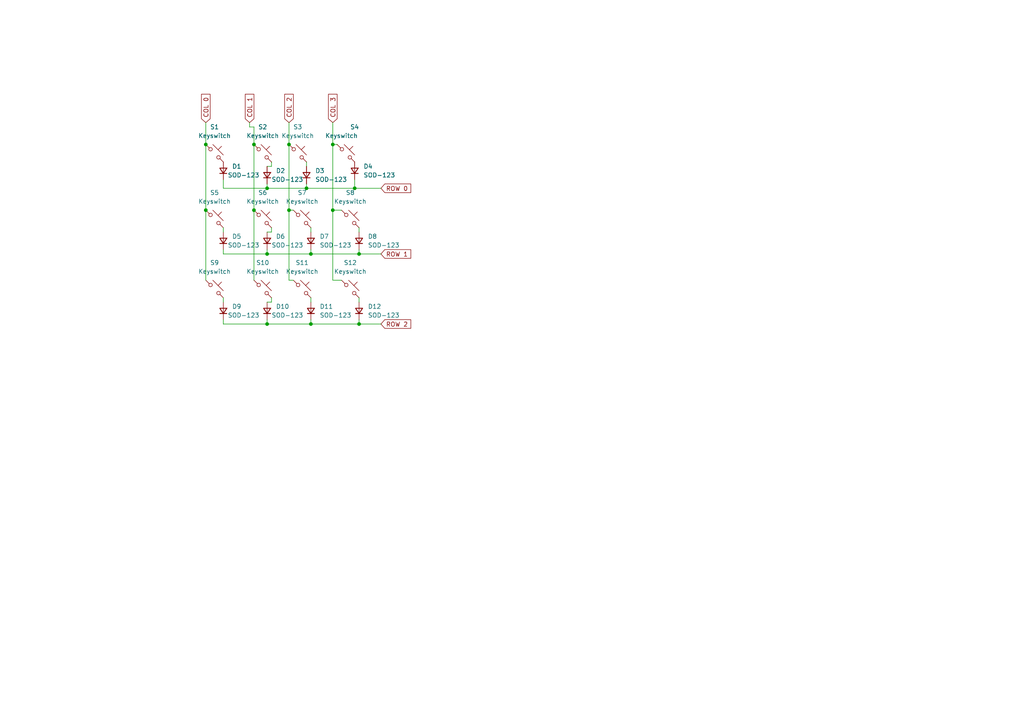
<source format=kicad_sch>
(kicad_sch (version 20250114) (generator "eeschema") (generator_version "9.0")
  (paper "A4")
  (lib_symbols
    (symbol "Device:D_Small" (pin_numbers (hide yes)) (pin_names (offset 0.254) (hide yes))
      (property "Reference" "D" (at -1.27 2.032 0))
      (property "Value" "D_Small" (at -3.81 -2.032 0))
      (symbol "D_Small_0_1"
        (polyline (pts (xy -0.762 0) (xy 0.762 0)))
        (polyline (pts (xy -0.762 -1.016) (xy -0.762 1.016)) (stroke (width 0.254)))
        (polyline (pts (xy 0.762 -1.016) (xy -0.762 0) (xy 0.762 1.016) (xy 0.762 -1.016)) (stroke (width 0.254)))
      )
      (symbol "D_Small_1_1"
        (pin passive line (at -2.54 0 0) (length 1.778) (name "K") (number "1"))
        (pin passive line (at 2.54 0 180) (length 1.778) (name "A") (number "2"))
      )
    )
    (symbol "ScottoKeebs:Placeholder_Keyswitch" (pin_numbers (hide yes)) (pin_names (offset 1.016) (hide yes))
      (property "Reference" "S" (at 3.048 1.016 0))
      (property "Value" "Keyswitch" (at 0 -3.81 0))
      (symbol "Placeholder_Keyswitch_0_1"
        (polyline (pts (xy -2.54 2.54) (xy -1.524 1.524) (xy -1.524 1.524)))
        (circle (center -1.1684 1.1684) (radius 0.508))
        (polyline (pts (xy -0.508 2.54) (xy 2.54 -0.508)))
        (polyline (pts (xy 1.016 1.016) (xy 2.032 2.032)))
        (circle (center 1.143 -1.1938) (radius 0.508))
        (polyline (pts (xy 1.524 -1.524) (xy 2.54 -2.54) (xy 2.54 -2.54) (xy 2.54 -2.54)))
        (pin passive line (at -2.54 2.54 0) (length 0) (name "1") (number "1"))
        (pin passive line (at 2.54 -2.54 180) (length 0) (name "2") (number "2"))
      )
    )
  )
  (junction (at 102.87 54.61))
  (junction (at 59.69 60.96))
  (junction (at 59.69 41.91))
  (junction (at 77.47 73.66))
  (junction (at 77.47 93.98))
  (junction (at 88.9 54.61))
  (junction (at 90.17 93.98))
  (junction (at 104.14 73.66))
  (junction (at 73.66 60.96))
  (junction (at 73.66 41.91))
  (junction (at 96.52 60.96))
  (junction (at 83.82 41.91))
  (junction (at 90.17 73.66))
  (junction (at 83.82 60.96))
  (junction (at 104.14 93.98))
  (junction (at 77.47 54.61))
  (junction (at 96.52 41.91))
  (wire (pts (xy 83.82 35.56) (xy 83.82 41.91)))
  (wire (pts (xy 96.52 81.28) (xy 99.06 81.28)))
  (wire (pts (xy 77.47 92.71) (xy 77.47 93.98)))
  (wire (pts (xy 90.17 72.39) (xy 90.17 73.66)))
  (wire (pts (xy 59.69 41.91) (xy 59.69 60.96)))
  (wire (pts (xy 96.52 41.91) (xy 96.52 60.96)))
  (wire (pts (xy 64.77 73.66) (xy 64.77 72.39)))
  (wire (pts (xy 90.17 93.98) (xy 104.14 93.98)))
  (wire (pts (xy 72.39 35.56) (xy 72.39 36.83)))
  (wire (pts (xy 73.66 60.96) (xy 73.66 81.28)))
  (wire (pts (xy 77.47 54.61) (xy 88.9 54.61)))
  (wire (pts (xy 78.74 87.63) (xy 77.47 87.63)))
  (wire (pts (xy 83.82 60.96) (xy 85.09 60.96)))
  (wire (pts (xy 64.77 54.61) (xy 77.47 54.61)))
  (wire (pts (xy 88.9 54.61) (xy 102.87 54.61)))
  (wire (pts (xy 97.79 41.91) (xy 96.52 41.91)))
  (wire (pts (xy 73.66 41.91) (xy 73.66 60.96)))
  (wire (pts (xy 78.74 87.63) (xy 78.74 86.36)))
  (wire (pts (xy 104.14 72.39) (xy 104.14 73.66)))
  (wire (pts (xy 102.87 52.07) (xy 102.87 54.61)))
  (wire (pts (xy 78.74 67.31) (xy 78.74 66.04)))
  (wire (pts (xy 77.47 73.66) (xy 90.17 73.66)))
  (wire (pts (xy 90.17 87.63) (xy 90.17 86.36)))
  (wire (pts (xy 64.77 67.31) (xy 64.77 66.04)))
  (wire (pts (xy 64.77 93.98) (xy 77.47 93.98)))
  (wire (pts (xy 83.82 81.28) (xy 85.09 81.28)))
  (wire (pts (xy 59.69 35.56) (xy 59.69 41.91)))
  (wire (pts (xy 78.74 48.26) (xy 77.47 48.26)))
  (wire (pts (xy 77.47 73.66) (xy 77.47 72.39)))
  (wire (pts (xy 90.17 73.66) (xy 104.14 73.66)))
  (wire (pts (xy 104.14 87.63) (xy 104.14 86.36)))
  (wire (pts (xy 59.69 60.96) (xy 59.69 81.28)))
  (wire (pts (xy 96.52 35.56) (xy 96.52 41.91)))
  (wire (pts (xy 104.14 93.98) (xy 110.49 93.98)))
  (wire (pts (xy 78.74 67.31) (xy 77.47 67.31)))
  (wire (pts (xy 104.14 73.66) (xy 110.49 73.66)))
  (wire (pts (xy 104.14 92.71) (xy 104.14 93.98)))
  (wire (pts (xy 64.77 87.63) (xy 64.77 86.36)))
  (wire (pts (xy 64.77 73.66) (xy 77.47 73.66)))
  (wire (pts (xy 102.87 54.61) (xy 110.49 54.61)))
  (wire (pts (xy 72.39 36.83) (xy 73.66 36.83)))
  (wire (pts (xy 83.82 41.91) (xy 83.82 60.96)))
  (wire (pts (xy 90.17 67.31) (xy 90.17 66.04)))
  (wire (pts (xy 96.52 60.96) (xy 96.52 81.28)))
  (wire (pts (xy 88.9 53.34) (xy 88.9 54.61)))
  (wire (pts (xy 77.47 93.98) (xy 90.17 93.98)))
  (wire (pts (xy 90.17 92.71) (xy 90.17 93.98)))
  (wire (pts (xy 83.82 60.96) (xy 83.82 81.28)))
  (wire (pts (xy 64.77 92.71) (xy 64.77 93.98)))
  (wire (pts (xy 88.9 48.26) (xy 88.9 46.99)))
  (wire (pts (xy 96.52 60.96) (xy 99.06 60.96)))
  (wire (pts (xy 77.47 53.34) (xy 77.47 54.61)))
  (wire (pts (xy 73.66 36.83) (xy 73.66 41.91)))
  (wire (pts (xy 78.74 46.99) (xy 78.74 48.26)))
  (wire (pts (xy 104.14 67.31) (xy 104.14 66.04)))
  (wire (pts (xy 64.77 52.07) (xy 64.77 54.61)))
  (global_label "COL 1" (shape input) (at 72.39 35.56 90) (property "Intersheetrefs" "${INTERSHEET_REFS}" (effects (hide yes))))
  (global_label "ROW 1" (shape input) (at 110.49 73.66 0) (property "Intersheetrefs" "${INTERSHEET_REFS}" (effects (hide yes))))
  (global_label "COL 2" (shape input) (at 83.82 35.56 90) (property "Intersheetrefs" "${INTERSHEET_REFS}" (effects (hide yes))))
  (global_label "ROW 0" (shape input) (at 110.49 54.61 0) (property "Intersheetrefs" "${INTERSHEET_REFS}" (effects (hide yes))))
  (global_label "ROW 2" (shape input) (at 110.49 93.98 0) (property "Intersheetrefs" "${INTERSHEET_REFS}" (effects (hide yes))))
  (global_label "COL 3" (shape input) (at 96.52 35.56 90) (property "Intersheetrefs" "${INTERSHEET_REFS}" (effects (hide yes))))
  (global_label "COL 0" (shape input) (at 59.69 35.56 90) (property "Intersheetrefs" "${INTERSHEET_REFS}" (effects (hide yes))))
  (symbol (lib_id "ScottoKeebs:Placeholder_Keyswitch") (at 76.2 63.5 0) (unit 1)
    (property "Reference" "S6" (at 76.2 55.88 0))
    (property "Value" "Keyswitch" (at 76.2 58.42 0))
    (property "Footprint" "Button_Switch_Keyboard:SW_Cherry_MX_1.00u_PCB" (effects (hide yes)))
    (property "Description" "Push button switch, normally open, two pins, 45° tilted" (effects (hide yes)))
  )
  (symbol (lib_id "Device:D_Small") (at 64.77 49.53 90) (unit 1)
    (property "Reference" "D1" (at 67.31 48.2599 90) (effects (justify right)))
    (property "Value" "SOD-123" (at 66.04 50.7999 90) (effects (justify right)))
    (property "Footprint" "Diode_SMD:D_SOD-123" (effects (hide yes)))
    (property "Description" "Diode, small symbol" (effects (hide yes)))
    (property "Sim.Device" "D" (effects (hide yes)))
    (property "Sim.Pins" "1=K 2=A" (effects (hide yes)))
  )
  (symbol (lib_id "ScottoKeebs:Placeholder_Keyswitch") (at 62.23 44.45 0) (unit 1)
    (property "Reference" "S1" (at 62.23 36.83 0))
    (property "Value" "Keyswitch" (at 62.23 39.37 0))
    (property "Footprint" "Button_Switch_Keyboard:SW_Cherry_MX_1.00u_PCB" (effects (hide yes)))
    (property "Description" "Push button switch, normally open, two pins, 45° tilted" (effects (hide yes)))
  )
  (symbol (lib_id "Device:D_Small") (at 77.47 50.8 90) (unit 1)
    (property "Reference" "D2" (at 80.01 49.5299 90) (effects (justify right)))
    (property "Value" "SOD-123" (at 78.74 52.0699 90) (effects (justify right)))
    (property "Footprint" "Diode_SMD:D_SOD-123" (effects (hide yes)))
    (property "Description" "Diode, small symbol" (effects (hide yes)))
    (property "Sim.Device" "D" (effects (hide yes)))
    (property "Sim.Pins" "1=K 2=A" (effects (hide yes)))
  )
  (symbol (lib_id "Device:D_Small") (at 90.17 90.17 90) (unit 1)
    (property "Reference" "D11" (at 92.71 88.8999 90) (effects (justify right)))
    (property "Value" "SOD-123" (at 92.71 91.4399 90) (effects (justify right)))
    (property "Footprint" "Diode_SMD:D_SOD-123" (effects (hide yes)))
    (property "Description" "Diode, small symbol" (effects (hide yes)))
    (property "Sim.Device" "D" (effects (hide yes)))
    (property "Sim.Pins" "1=K 2=A" (effects (hide yes)))
  )
  (symbol (lib_id "ScottoKeebs:Placeholder_Keyswitch") (at 86.36 44.45 0) (unit 1)
    (property "Reference" "S3" (at 86.36 36.83 0))
    (property "Value" "Keyswitch" (at 86.36 39.37 0))
    (property "Footprint" "Button_Switch_Keyboard:SW_Cherry_MX_1.00u_PCB" (effects (hide yes)))
    (property "Description" "Push button switch, normally open, two pins, 45° tilted" (effects (hide yes)))
  )
  (symbol (lib_id "Device:D_Small") (at 90.17 69.85 90) (unit 1)
    (property "Reference" "D7" (at 92.71 68.5799 90) (effects (justify right)))
    (property "Value" "SOD-123" (at 92.71 71.1199 90) (effects (justify right)))
    (property "Footprint" "Diode_SMD:D_SOD-123" (effects (hide yes)))
    (property "Description" "Diode, small symbol" (effects (hide yes)))
    (property "Sim.Device" "D" (effects (hide yes)))
    (property "Sim.Pins" "1=K 2=A" (effects (hide yes)))
  )
  (symbol (lib_id "Device:D_Small") (at 77.47 90.17 90) (unit 1)
    (property "Reference" "D10" (at 80.01 88.8999 90) (effects (justify right)))
    (property "Value" "SOD-123" (at 78.74 91.4399 90) (effects (justify right)))
    (property "Footprint" "Diode_SMD:D_SOD-123" (effects (hide yes)))
    (property "Description" "Diode, small symbol" (effects (hide yes)))
    (property "Sim.Device" "D" (effects (hide yes)))
    (property "Sim.Pins" "1=K 2=A" (effects (hide yes)))
  )
  (symbol (lib_id "ScottoKeebs:Placeholder_Keyswitch") (at 62.23 63.5 0) (unit 1)
    (property "Reference" "S5" (at 62.23 55.88 0))
    (property "Value" "Keyswitch" (at 62.23 58.42 0))
    (property "Footprint" "Button_Switch_Keyboard:SW_Cherry_MX_1.00u_PCB" (effects (hide yes)))
    (property "Description" "Push button switch, normally open, two pins, 45° tilted" (effects (hide yes)))
  )
  (symbol (lib_id "Device:D_Small") (at 64.77 90.17 90) (unit 1)
    (property "Reference" "D9" (at 67.31 88.8999 90) (effects (justify right)))
    (property "Value" "SOD-123" (at 66.04 91.4399 90) (effects (justify right)))
    (property "Footprint" "Diode_SMD:D_SOD-123" (effects (hide yes)))
    (property "Description" "Diode, small symbol" (effects (hide yes)))
    (property "Sim.Device" "D" (effects (hide yes)))
    (property "Sim.Pins" "1=K 2=A" (effects (hide yes)))
  )
  (symbol (lib_id "ScottoKeebs:Placeholder_Keyswitch") (at 100.33 44.45 0) (unit 1)
    (property "Reference" "S4" (at 102.87 36.83 0))
    (property "Value" "Keyswitch" (at 99.06 39.37 0))
    (property "Footprint" "Button_Switch_Keyboard:SW_Cherry_MX_1.00u_PCB" (effects (hide yes)))
    (property "Description" "Push button switch, normally open, two pins, 45° tilted" (effects (hide yes)))
  )
  (symbol (lib_id "ScottoKeebs:Placeholder_Keyswitch") (at 87.63 63.5 0) (unit 1)
    (property "Reference" "S7" (at 87.63 55.88 0))
    (property "Value" "Keyswitch" (at 87.63 58.42 0))
    (property "Footprint" "Button_Switch_Keyboard:SW_Cherry_MX_1.00u_PCB" (effects (hide yes)))
    (property "Description" "Push button switch, normally open, two pins, 45° tilted" (effects (hide yes)))
  )
  (symbol (lib_id "ScottoKeebs:Placeholder_Keyswitch") (at 101.6 83.82 0) (unit 1)
    (property "Reference" "S12" (at 101.6 76.2 0))
    (property "Value" "Keyswitch" (at 101.6 78.74 0))
    (property "Footprint" "Button_Switch_Keyboard:SW_Cherry_MX_1.00u_PCB" (effects (hide yes)))
    (property "Description" "Push button switch, normally open, two pins, 45° tilted" (effects (hide yes)))
  )
  (symbol (lib_id "ScottoKeebs:Placeholder_Keyswitch") (at 62.23 83.82 0) (unit 1)
    (property "Reference" "S9" (at 62.23 76.2 0))
    (property "Value" "Keyswitch" (at 62.23 78.74 0))
    (property "Footprint" "Button_Switch_Keyboard:SW_Cherry_MX_1.00u_PCB" (effects (hide yes)))
    (property "Description" "Push button switch, normally open, two pins, 45° tilted" (effects (hide yes)))
  )
  (symbol (lib_id "Device:D_Small") (at 64.77 69.85 90) (unit 1)
    (property "Reference" "D5" (at 67.31 68.5799 90) (effects (justify right)))
    (property "Value" "SOD-123" (at 66.04 71.1199 90) (effects (justify right)))
    (property "Footprint" "Diode_SMD:D_SOD-123" (effects (hide yes)))
    (property "Description" "Diode, small symbol" (effects (hide yes)))
    (property "Sim.Device" "D" (effects (hide yes)))
    (property "Sim.Pins" "1=K 2=A" (effects (hide yes)))
  )
  (symbol (lib_id "ScottoKeebs:Placeholder_Keyswitch") (at 76.2 44.45 0) (unit 1)
    (property "Reference" "S2" (at 76.2 36.83 0))
    (property "Value" "Keyswitch" (at 76.2 39.37 0))
    (property "Footprint" "Button_Switch_Keyboard:SW_Cherry_MX_1.00u_PCB" (effects (hide yes)))
    (property "Description" "Push button switch, normally open, two pins, 45° tilted" (effects (hide yes)))
  )
  (symbol (lib_id "Device:D_Small") (at 104.14 69.85 90) (unit 1)
    (property "Reference" "D8" (at 106.68 68.5799 90) (effects (justify right)))
    (property "Value" "SOD-123" (at 106.68 71.1199 90) (effects (justify right)))
    (property "Footprint" "Diode_SMD:D_SOD-123" (effects (hide yes)))
    (property "Description" "Diode, small symbol" (effects (hide yes)))
    (property "Sim.Device" "D" (effects (hide yes)))
    (property "Sim.Pins" "1=K 2=A" (effects (hide yes)))
  )
  (symbol (lib_id "ScottoKeebs:Placeholder_Keyswitch") (at 76.2 83.82 0) (unit 1)
    (property "Reference" "S10" (at 76.2 76.2 0))
    (property "Value" "Keyswitch" (at 76.2 78.74 0))
    (property "Footprint" "Button_Switch_Keyboard:SW_Cherry_MX_1.00u_PCB" (effects (hide yes)))
    (property "Description" "Push button switch, normally open, two pins, 45° tilted" (effects (hide yes)))
  )
  (symbol (lib_id "Device:D_Small") (at 102.87 49.53 90) (unit 1)
    (property "Reference" "D4" (at 105.41 48.2599 90) (effects (justify right)))
    (property "Value" "SOD-123" (at 105.41 50.7999 90) (effects (justify right)))
    (property "Footprint" "Diode_SMD:D_SOD-123" (effects (hide yes)))
    (property "Description" "Diode, small symbol" (effects (hide yes)))
    (property "Sim.Device" "D" (effects (hide yes)))
    (property "Sim.Pins" "1=K 2=A" (effects (hide yes)))
  )
  (symbol (lib_id "Device:D_Small") (at 77.47 69.85 90) (unit 1)
    (property "Reference" "D6" (at 80.01 68.5799 90) (effects (justify right)))
    (property "Value" "SOD-123" (at 78.74 71.1199 90) (effects (justify right)))
    (property "Footprint" "Diode_SMD:D_SOD-123" (effects (hide yes)))
    (property "Description" "Diode, small symbol" (effects (hide yes)))
    (property "Sim.Device" "D" (effects (hide yes)))
    (property "Sim.Pins" "1=K 2=A" (effects (hide yes)))
  )
  (symbol (lib_id "Device:D_Small") (at 88.9 50.8 90) (unit 1)
    (property "Reference" "D3" (at 91.44 49.5299 90) (effects (justify right)))
    (property "Value" "SOD-123" (at 91.44 52.0699 90) (effects (justify right)))
    (property "Footprint" "Diode_SMD:D_SOD-123" (effects (hide yes)))
    (property "Description" "Diode, small symbol" (effects (hide yes)))
    (property "Sim.Device" "D" (effects (hide yes)))
    (property "Sim.Pins" "1=K 2=A" (effects (hide yes)))
  )
  (symbol (lib_id "ScottoKeebs:Placeholder_Keyswitch") (at 87.63 83.82 0) (unit 1)
    (property "Reference" "S11" (at 87.63 76.2 0))
    (property "Value" "Keyswitch" (at 87.63 78.74 0))
    (property "Footprint" "Button_Switch_Keyboard:SW_Cherry_MX_1.00u_PCB" (effects (hide yes)))
    (property "Description" "Push button switch, normally open, two pins, 45° tilted" (effects (hide yes)))
  )
  (symbol (lib_id "Device:D_Small") (at 104.14 90.17 90) (unit 1)
    (property "Reference" "D12" (at 106.68 88.8999 90) (effects (justify right)))
    (property "Value" "SOD-123" (at 106.68 91.4399 90) (effects (justify right)))
    (property "Footprint" "Diode_SMD:D_SOD-123" (effects (hide yes)))
    (property "Description" "Diode, small symbol" (effects (hide yes)))
    (property "Sim.Device" "D" (effects (hide yes)))
    (property "Sim.Pins" "1=K 2=A" (effects (hide yes)))
  )
  (symbol (lib_id "ScottoKeebs:Placeholder_Keyswitch") (at 101.6 63.5 0) (unit 1)
    (property "Reference" "S8" (at 101.6 55.88 0))
    (property "Value" "Keyswitch" (at 101.6 58.42 0))
    (property "Footprint" "Button_Switch_Keyboard:SW_Cherry_MX_1.00u_PCB" (effects (hide yes)))
    (property "Description" "Push button switch, normally open, two pins, 45° tilted" (effects (hide yes)))
  )
)
</source>
